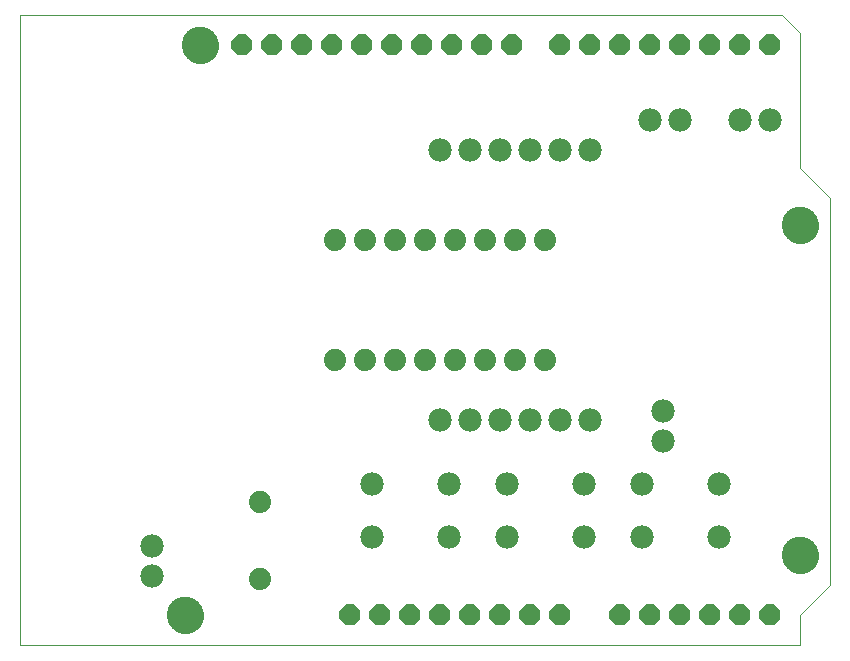
<source format=gts>
G75*
%MOIN*%
%OFA0B0*%
%FSLAX25Y25*%
%IPPOS*%
%LPD*%
%AMOC8*
5,1,8,0,0,1.08239X$1,22.5*
%
%ADD10C,0.00000*%
%ADD11C,0.12211*%
%ADD12C,0.07400*%
%ADD13C,0.07800*%
%ADD14OC8,0.07000*%
D10*
X0005000Y0005000D02*
X0005000Y0215000D01*
X0259000Y0215000D01*
X0265000Y0209000D01*
X0265000Y0164000D01*
X0275000Y0154000D01*
X0275000Y0025000D01*
X0265000Y0015000D01*
X0265000Y0005000D01*
X0005000Y0005000D01*
X0054094Y0015000D02*
X0054096Y0015153D01*
X0054102Y0015307D01*
X0054112Y0015460D01*
X0054126Y0015612D01*
X0054144Y0015765D01*
X0054166Y0015916D01*
X0054191Y0016067D01*
X0054221Y0016218D01*
X0054255Y0016368D01*
X0054292Y0016516D01*
X0054333Y0016664D01*
X0054378Y0016810D01*
X0054427Y0016956D01*
X0054480Y0017100D01*
X0054536Y0017242D01*
X0054596Y0017383D01*
X0054660Y0017523D01*
X0054727Y0017661D01*
X0054798Y0017797D01*
X0054873Y0017931D01*
X0054950Y0018063D01*
X0055032Y0018193D01*
X0055116Y0018321D01*
X0055204Y0018447D01*
X0055295Y0018570D01*
X0055389Y0018691D01*
X0055487Y0018809D01*
X0055587Y0018925D01*
X0055691Y0019038D01*
X0055797Y0019149D01*
X0055906Y0019257D01*
X0056018Y0019362D01*
X0056132Y0019463D01*
X0056250Y0019562D01*
X0056369Y0019658D01*
X0056491Y0019751D01*
X0056616Y0019840D01*
X0056743Y0019927D01*
X0056872Y0020009D01*
X0057003Y0020089D01*
X0057136Y0020165D01*
X0057271Y0020238D01*
X0057408Y0020307D01*
X0057547Y0020372D01*
X0057687Y0020434D01*
X0057829Y0020492D01*
X0057972Y0020547D01*
X0058117Y0020598D01*
X0058263Y0020645D01*
X0058410Y0020688D01*
X0058558Y0020727D01*
X0058707Y0020763D01*
X0058857Y0020794D01*
X0059008Y0020822D01*
X0059159Y0020846D01*
X0059312Y0020866D01*
X0059464Y0020882D01*
X0059617Y0020894D01*
X0059770Y0020902D01*
X0059923Y0020906D01*
X0060077Y0020906D01*
X0060230Y0020902D01*
X0060383Y0020894D01*
X0060536Y0020882D01*
X0060688Y0020866D01*
X0060841Y0020846D01*
X0060992Y0020822D01*
X0061143Y0020794D01*
X0061293Y0020763D01*
X0061442Y0020727D01*
X0061590Y0020688D01*
X0061737Y0020645D01*
X0061883Y0020598D01*
X0062028Y0020547D01*
X0062171Y0020492D01*
X0062313Y0020434D01*
X0062453Y0020372D01*
X0062592Y0020307D01*
X0062729Y0020238D01*
X0062864Y0020165D01*
X0062997Y0020089D01*
X0063128Y0020009D01*
X0063257Y0019927D01*
X0063384Y0019840D01*
X0063509Y0019751D01*
X0063631Y0019658D01*
X0063750Y0019562D01*
X0063868Y0019463D01*
X0063982Y0019362D01*
X0064094Y0019257D01*
X0064203Y0019149D01*
X0064309Y0019038D01*
X0064413Y0018925D01*
X0064513Y0018809D01*
X0064611Y0018691D01*
X0064705Y0018570D01*
X0064796Y0018447D01*
X0064884Y0018321D01*
X0064968Y0018193D01*
X0065050Y0018063D01*
X0065127Y0017931D01*
X0065202Y0017797D01*
X0065273Y0017661D01*
X0065340Y0017523D01*
X0065404Y0017383D01*
X0065464Y0017242D01*
X0065520Y0017100D01*
X0065573Y0016956D01*
X0065622Y0016810D01*
X0065667Y0016664D01*
X0065708Y0016516D01*
X0065745Y0016368D01*
X0065779Y0016218D01*
X0065809Y0016067D01*
X0065834Y0015916D01*
X0065856Y0015765D01*
X0065874Y0015612D01*
X0065888Y0015460D01*
X0065898Y0015307D01*
X0065904Y0015153D01*
X0065906Y0015000D01*
X0065904Y0014847D01*
X0065898Y0014693D01*
X0065888Y0014540D01*
X0065874Y0014388D01*
X0065856Y0014235D01*
X0065834Y0014084D01*
X0065809Y0013933D01*
X0065779Y0013782D01*
X0065745Y0013632D01*
X0065708Y0013484D01*
X0065667Y0013336D01*
X0065622Y0013190D01*
X0065573Y0013044D01*
X0065520Y0012900D01*
X0065464Y0012758D01*
X0065404Y0012617D01*
X0065340Y0012477D01*
X0065273Y0012339D01*
X0065202Y0012203D01*
X0065127Y0012069D01*
X0065050Y0011937D01*
X0064968Y0011807D01*
X0064884Y0011679D01*
X0064796Y0011553D01*
X0064705Y0011430D01*
X0064611Y0011309D01*
X0064513Y0011191D01*
X0064413Y0011075D01*
X0064309Y0010962D01*
X0064203Y0010851D01*
X0064094Y0010743D01*
X0063982Y0010638D01*
X0063868Y0010537D01*
X0063750Y0010438D01*
X0063631Y0010342D01*
X0063509Y0010249D01*
X0063384Y0010160D01*
X0063257Y0010073D01*
X0063128Y0009991D01*
X0062997Y0009911D01*
X0062864Y0009835D01*
X0062729Y0009762D01*
X0062592Y0009693D01*
X0062453Y0009628D01*
X0062313Y0009566D01*
X0062171Y0009508D01*
X0062028Y0009453D01*
X0061883Y0009402D01*
X0061737Y0009355D01*
X0061590Y0009312D01*
X0061442Y0009273D01*
X0061293Y0009237D01*
X0061143Y0009206D01*
X0060992Y0009178D01*
X0060841Y0009154D01*
X0060688Y0009134D01*
X0060536Y0009118D01*
X0060383Y0009106D01*
X0060230Y0009098D01*
X0060077Y0009094D01*
X0059923Y0009094D01*
X0059770Y0009098D01*
X0059617Y0009106D01*
X0059464Y0009118D01*
X0059312Y0009134D01*
X0059159Y0009154D01*
X0059008Y0009178D01*
X0058857Y0009206D01*
X0058707Y0009237D01*
X0058558Y0009273D01*
X0058410Y0009312D01*
X0058263Y0009355D01*
X0058117Y0009402D01*
X0057972Y0009453D01*
X0057829Y0009508D01*
X0057687Y0009566D01*
X0057547Y0009628D01*
X0057408Y0009693D01*
X0057271Y0009762D01*
X0057136Y0009835D01*
X0057003Y0009911D01*
X0056872Y0009991D01*
X0056743Y0010073D01*
X0056616Y0010160D01*
X0056491Y0010249D01*
X0056369Y0010342D01*
X0056250Y0010438D01*
X0056132Y0010537D01*
X0056018Y0010638D01*
X0055906Y0010743D01*
X0055797Y0010851D01*
X0055691Y0010962D01*
X0055587Y0011075D01*
X0055487Y0011191D01*
X0055389Y0011309D01*
X0055295Y0011430D01*
X0055204Y0011553D01*
X0055116Y0011679D01*
X0055032Y0011807D01*
X0054950Y0011937D01*
X0054873Y0012069D01*
X0054798Y0012203D01*
X0054727Y0012339D01*
X0054660Y0012477D01*
X0054596Y0012617D01*
X0054536Y0012758D01*
X0054480Y0012900D01*
X0054427Y0013044D01*
X0054378Y0013190D01*
X0054333Y0013336D01*
X0054292Y0013484D01*
X0054255Y0013632D01*
X0054221Y0013782D01*
X0054191Y0013933D01*
X0054166Y0014084D01*
X0054144Y0014235D01*
X0054126Y0014388D01*
X0054112Y0014540D01*
X0054102Y0014693D01*
X0054096Y0014847D01*
X0054094Y0015000D01*
X0259094Y0035000D02*
X0259096Y0035153D01*
X0259102Y0035307D01*
X0259112Y0035460D01*
X0259126Y0035612D01*
X0259144Y0035765D01*
X0259166Y0035916D01*
X0259191Y0036067D01*
X0259221Y0036218D01*
X0259255Y0036368D01*
X0259292Y0036516D01*
X0259333Y0036664D01*
X0259378Y0036810D01*
X0259427Y0036956D01*
X0259480Y0037100D01*
X0259536Y0037242D01*
X0259596Y0037383D01*
X0259660Y0037523D01*
X0259727Y0037661D01*
X0259798Y0037797D01*
X0259873Y0037931D01*
X0259950Y0038063D01*
X0260032Y0038193D01*
X0260116Y0038321D01*
X0260204Y0038447D01*
X0260295Y0038570D01*
X0260389Y0038691D01*
X0260487Y0038809D01*
X0260587Y0038925D01*
X0260691Y0039038D01*
X0260797Y0039149D01*
X0260906Y0039257D01*
X0261018Y0039362D01*
X0261132Y0039463D01*
X0261250Y0039562D01*
X0261369Y0039658D01*
X0261491Y0039751D01*
X0261616Y0039840D01*
X0261743Y0039927D01*
X0261872Y0040009D01*
X0262003Y0040089D01*
X0262136Y0040165D01*
X0262271Y0040238D01*
X0262408Y0040307D01*
X0262547Y0040372D01*
X0262687Y0040434D01*
X0262829Y0040492D01*
X0262972Y0040547D01*
X0263117Y0040598D01*
X0263263Y0040645D01*
X0263410Y0040688D01*
X0263558Y0040727D01*
X0263707Y0040763D01*
X0263857Y0040794D01*
X0264008Y0040822D01*
X0264159Y0040846D01*
X0264312Y0040866D01*
X0264464Y0040882D01*
X0264617Y0040894D01*
X0264770Y0040902D01*
X0264923Y0040906D01*
X0265077Y0040906D01*
X0265230Y0040902D01*
X0265383Y0040894D01*
X0265536Y0040882D01*
X0265688Y0040866D01*
X0265841Y0040846D01*
X0265992Y0040822D01*
X0266143Y0040794D01*
X0266293Y0040763D01*
X0266442Y0040727D01*
X0266590Y0040688D01*
X0266737Y0040645D01*
X0266883Y0040598D01*
X0267028Y0040547D01*
X0267171Y0040492D01*
X0267313Y0040434D01*
X0267453Y0040372D01*
X0267592Y0040307D01*
X0267729Y0040238D01*
X0267864Y0040165D01*
X0267997Y0040089D01*
X0268128Y0040009D01*
X0268257Y0039927D01*
X0268384Y0039840D01*
X0268509Y0039751D01*
X0268631Y0039658D01*
X0268750Y0039562D01*
X0268868Y0039463D01*
X0268982Y0039362D01*
X0269094Y0039257D01*
X0269203Y0039149D01*
X0269309Y0039038D01*
X0269413Y0038925D01*
X0269513Y0038809D01*
X0269611Y0038691D01*
X0269705Y0038570D01*
X0269796Y0038447D01*
X0269884Y0038321D01*
X0269968Y0038193D01*
X0270050Y0038063D01*
X0270127Y0037931D01*
X0270202Y0037797D01*
X0270273Y0037661D01*
X0270340Y0037523D01*
X0270404Y0037383D01*
X0270464Y0037242D01*
X0270520Y0037100D01*
X0270573Y0036956D01*
X0270622Y0036810D01*
X0270667Y0036664D01*
X0270708Y0036516D01*
X0270745Y0036368D01*
X0270779Y0036218D01*
X0270809Y0036067D01*
X0270834Y0035916D01*
X0270856Y0035765D01*
X0270874Y0035612D01*
X0270888Y0035460D01*
X0270898Y0035307D01*
X0270904Y0035153D01*
X0270906Y0035000D01*
X0270904Y0034847D01*
X0270898Y0034693D01*
X0270888Y0034540D01*
X0270874Y0034388D01*
X0270856Y0034235D01*
X0270834Y0034084D01*
X0270809Y0033933D01*
X0270779Y0033782D01*
X0270745Y0033632D01*
X0270708Y0033484D01*
X0270667Y0033336D01*
X0270622Y0033190D01*
X0270573Y0033044D01*
X0270520Y0032900D01*
X0270464Y0032758D01*
X0270404Y0032617D01*
X0270340Y0032477D01*
X0270273Y0032339D01*
X0270202Y0032203D01*
X0270127Y0032069D01*
X0270050Y0031937D01*
X0269968Y0031807D01*
X0269884Y0031679D01*
X0269796Y0031553D01*
X0269705Y0031430D01*
X0269611Y0031309D01*
X0269513Y0031191D01*
X0269413Y0031075D01*
X0269309Y0030962D01*
X0269203Y0030851D01*
X0269094Y0030743D01*
X0268982Y0030638D01*
X0268868Y0030537D01*
X0268750Y0030438D01*
X0268631Y0030342D01*
X0268509Y0030249D01*
X0268384Y0030160D01*
X0268257Y0030073D01*
X0268128Y0029991D01*
X0267997Y0029911D01*
X0267864Y0029835D01*
X0267729Y0029762D01*
X0267592Y0029693D01*
X0267453Y0029628D01*
X0267313Y0029566D01*
X0267171Y0029508D01*
X0267028Y0029453D01*
X0266883Y0029402D01*
X0266737Y0029355D01*
X0266590Y0029312D01*
X0266442Y0029273D01*
X0266293Y0029237D01*
X0266143Y0029206D01*
X0265992Y0029178D01*
X0265841Y0029154D01*
X0265688Y0029134D01*
X0265536Y0029118D01*
X0265383Y0029106D01*
X0265230Y0029098D01*
X0265077Y0029094D01*
X0264923Y0029094D01*
X0264770Y0029098D01*
X0264617Y0029106D01*
X0264464Y0029118D01*
X0264312Y0029134D01*
X0264159Y0029154D01*
X0264008Y0029178D01*
X0263857Y0029206D01*
X0263707Y0029237D01*
X0263558Y0029273D01*
X0263410Y0029312D01*
X0263263Y0029355D01*
X0263117Y0029402D01*
X0262972Y0029453D01*
X0262829Y0029508D01*
X0262687Y0029566D01*
X0262547Y0029628D01*
X0262408Y0029693D01*
X0262271Y0029762D01*
X0262136Y0029835D01*
X0262003Y0029911D01*
X0261872Y0029991D01*
X0261743Y0030073D01*
X0261616Y0030160D01*
X0261491Y0030249D01*
X0261369Y0030342D01*
X0261250Y0030438D01*
X0261132Y0030537D01*
X0261018Y0030638D01*
X0260906Y0030743D01*
X0260797Y0030851D01*
X0260691Y0030962D01*
X0260587Y0031075D01*
X0260487Y0031191D01*
X0260389Y0031309D01*
X0260295Y0031430D01*
X0260204Y0031553D01*
X0260116Y0031679D01*
X0260032Y0031807D01*
X0259950Y0031937D01*
X0259873Y0032069D01*
X0259798Y0032203D01*
X0259727Y0032339D01*
X0259660Y0032477D01*
X0259596Y0032617D01*
X0259536Y0032758D01*
X0259480Y0032900D01*
X0259427Y0033044D01*
X0259378Y0033190D01*
X0259333Y0033336D01*
X0259292Y0033484D01*
X0259255Y0033632D01*
X0259221Y0033782D01*
X0259191Y0033933D01*
X0259166Y0034084D01*
X0259144Y0034235D01*
X0259126Y0034388D01*
X0259112Y0034540D01*
X0259102Y0034693D01*
X0259096Y0034847D01*
X0259094Y0035000D01*
X0259094Y0145000D02*
X0259096Y0145153D01*
X0259102Y0145307D01*
X0259112Y0145460D01*
X0259126Y0145612D01*
X0259144Y0145765D01*
X0259166Y0145916D01*
X0259191Y0146067D01*
X0259221Y0146218D01*
X0259255Y0146368D01*
X0259292Y0146516D01*
X0259333Y0146664D01*
X0259378Y0146810D01*
X0259427Y0146956D01*
X0259480Y0147100D01*
X0259536Y0147242D01*
X0259596Y0147383D01*
X0259660Y0147523D01*
X0259727Y0147661D01*
X0259798Y0147797D01*
X0259873Y0147931D01*
X0259950Y0148063D01*
X0260032Y0148193D01*
X0260116Y0148321D01*
X0260204Y0148447D01*
X0260295Y0148570D01*
X0260389Y0148691D01*
X0260487Y0148809D01*
X0260587Y0148925D01*
X0260691Y0149038D01*
X0260797Y0149149D01*
X0260906Y0149257D01*
X0261018Y0149362D01*
X0261132Y0149463D01*
X0261250Y0149562D01*
X0261369Y0149658D01*
X0261491Y0149751D01*
X0261616Y0149840D01*
X0261743Y0149927D01*
X0261872Y0150009D01*
X0262003Y0150089D01*
X0262136Y0150165D01*
X0262271Y0150238D01*
X0262408Y0150307D01*
X0262547Y0150372D01*
X0262687Y0150434D01*
X0262829Y0150492D01*
X0262972Y0150547D01*
X0263117Y0150598D01*
X0263263Y0150645D01*
X0263410Y0150688D01*
X0263558Y0150727D01*
X0263707Y0150763D01*
X0263857Y0150794D01*
X0264008Y0150822D01*
X0264159Y0150846D01*
X0264312Y0150866D01*
X0264464Y0150882D01*
X0264617Y0150894D01*
X0264770Y0150902D01*
X0264923Y0150906D01*
X0265077Y0150906D01*
X0265230Y0150902D01*
X0265383Y0150894D01*
X0265536Y0150882D01*
X0265688Y0150866D01*
X0265841Y0150846D01*
X0265992Y0150822D01*
X0266143Y0150794D01*
X0266293Y0150763D01*
X0266442Y0150727D01*
X0266590Y0150688D01*
X0266737Y0150645D01*
X0266883Y0150598D01*
X0267028Y0150547D01*
X0267171Y0150492D01*
X0267313Y0150434D01*
X0267453Y0150372D01*
X0267592Y0150307D01*
X0267729Y0150238D01*
X0267864Y0150165D01*
X0267997Y0150089D01*
X0268128Y0150009D01*
X0268257Y0149927D01*
X0268384Y0149840D01*
X0268509Y0149751D01*
X0268631Y0149658D01*
X0268750Y0149562D01*
X0268868Y0149463D01*
X0268982Y0149362D01*
X0269094Y0149257D01*
X0269203Y0149149D01*
X0269309Y0149038D01*
X0269413Y0148925D01*
X0269513Y0148809D01*
X0269611Y0148691D01*
X0269705Y0148570D01*
X0269796Y0148447D01*
X0269884Y0148321D01*
X0269968Y0148193D01*
X0270050Y0148063D01*
X0270127Y0147931D01*
X0270202Y0147797D01*
X0270273Y0147661D01*
X0270340Y0147523D01*
X0270404Y0147383D01*
X0270464Y0147242D01*
X0270520Y0147100D01*
X0270573Y0146956D01*
X0270622Y0146810D01*
X0270667Y0146664D01*
X0270708Y0146516D01*
X0270745Y0146368D01*
X0270779Y0146218D01*
X0270809Y0146067D01*
X0270834Y0145916D01*
X0270856Y0145765D01*
X0270874Y0145612D01*
X0270888Y0145460D01*
X0270898Y0145307D01*
X0270904Y0145153D01*
X0270906Y0145000D01*
X0270904Y0144847D01*
X0270898Y0144693D01*
X0270888Y0144540D01*
X0270874Y0144388D01*
X0270856Y0144235D01*
X0270834Y0144084D01*
X0270809Y0143933D01*
X0270779Y0143782D01*
X0270745Y0143632D01*
X0270708Y0143484D01*
X0270667Y0143336D01*
X0270622Y0143190D01*
X0270573Y0143044D01*
X0270520Y0142900D01*
X0270464Y0142758D01*
X0270404Y0142617D01*
X0270340Y0142477D01*
X0270273Y0142339D01*
X0270202Y0142203D01*
X0270127Y0142069D01*
X0270050Y0141937D01*
X0269968Y0141807D01*
X0269884Y0141679D01*
X0269796Y0141553D01*
X0269705Y0141430D01*
X0269611Y0141309D01*
X0269513Y0141191D01*
X0269413Y0141075D01*
X0269309Y0140962D01*
X0269203Y0140851D01*
X0269094Y0140743D01*
X0268982Y0140638D01*
X0268868Y0140537D01*
X0268750Y0140438D01*
X0268631Y0140342D01*
X0268509Y0140249D01*
X0268384Y0140160D01*
X0268257Y0140073D01*
X0268128Y0139991D01*
X0267997Y0139911D01*
X0267864Y0139835D01*
X0267729Y0139762D01*
X0267592Y0139693D01*
X0267453Y0139628D01*
X0267313Y0139566D01*
X0267171Y0139508D01*
X0267028Y0139453D01*
X0266883Y0139402D01*
X0266737Y0139355D01*
X0266590Y0139312D01*
X0266442Y0139273D01*
X0266293Y0139237D01*
X0266143Y0139206D01*
X0265992Y0139178D01*
X0265841Y0139154D01*
X0265688Y0139134D01*
X0265536Y0139118D01*
X0265383Y0139106D01*
X0265230Y0139098D01*
X0265077Y0139094D01*
X0264923Y0139094D01*
X0264770Y0139098D01*
X0264617Y0139106D01*
X0264464Y0139118D01*
X0264312Y0139134D01*
X0264159Y0139154D01*
X0264008Y0139178D01*
X0263857Y0139206D01*
X0263707Y0139237D01*
X0263558Y0139273D01*
X0263410Y0139312D01*
X0263263Y0139355D01*
X0263117Y0139402D01*
X0262972Y0139453D01*
X0262829Y0139508D01*
X0262687Y0139566D01*
X0262547Y0139628D01*
X0262408Y0139693D01*
X0262271Y0139762D01*
X0262136Y0139835D01*
X0262003Y0139911D01*
X0261872Y0139991D01*
X0261743Y0140073D01*
X0261616Y0140160D01*
X0261491Y0140249D01*
X0261369Y0140342D01*
X0261250Y0140438D01*
X0261132Y0140537D01*
X0261018Y0140638D01*
X0260906Y0140743D01*
X0260797Y0140851D01*
X0260691Y0140962D01*
X0260587Y0141075D01*
X0260487Y0141191D01*
X0260389Y0141309D01*
X0260295Y0141430D01*
X0260204Y0141553D01*
X0260116Y0141679D01*
X0260032Y0141807D01*
X0259950Y0141937D01*
X0259873Y0142069D01*
X0259798Y0142203D01*
X0259727Y0142339D01*
X0259660Y0142477D01*
X0259596Y0142617D01*
X0259536Y0142758D01*
X0259480Y0142900D01*
X0259427Y0143044D01*
X0259378Y0143190D01*
X0259333Y0143336D01*
X0259292Y0143484D01*
X0259255Y0143632D01*
X0259221Y0143782D01*
X0259191Y0143933D01*
X0259166Y0144084D01*
X0259144Y0144235D01*
X0259126Y0144388D01*
X0259112Y0144540D01*
X0259102Y0144693D01*
X0259096Y0144847D01*
X0259094Y0145000D01*
X0059094Y0205000D02*
X0059096Y0205153D01*
X0059102Y0205307D01*
X0059112Y0205460D01*
X0059126Y0205612D01*
X0059144Y0205765D01*
X0059166Y0205916D01*
X0059191Y0206067D01*
X0059221Y0206218D01*
X0059255Y0206368D01*
X0059292Y0206516D01*
X0059333Y0206664D01*
X0059378Y0206810D01*
X0059427Y0206956D01*
X0059480Y0207100D01*
X0059536Y0207242D01*
X0059596Y0207383D01*
X0059660Y0207523D01*
X0059727Y0207661D01*
X0059798Y0207797D01*
X0059873Y0207931D01*
X0059950Y0208063D01*
X0060032Y0208193D01*
X0060116Y0208321D01*
X0060204Y0208447D01*
X0060295Y0208570D01*
X0060389Y0208691D01*
X0060487Y0208809D01*
X0060587Y0208925D01*
X0060691Y0209038D01*
X0060797Y0209149D01*
X0060906Y0209257D01*
X0061018Y0209362D01*
X0061132Y0209463D01*
X0061250Y0209562D01*
X0061369Y0209658D01*
X0061491Y0209751D01*
X0061616Y0209840D01*
X0061743Y0209927D01*
X0061872Y0210009D01*
X0062003Y0210089D01*
X0062136Y0210165D01*
X0062271Y0210238D01*
X0062408Y0210307D01*
X0062547Y0210372D01*
X0062687Y0210434D01*
X0062829Y0210492D01*
X0062972Y0210547D01*
X0063117Y0210598D01*
X0063263Y0210645D01*
X0063410Y0210688D01*
X0063558Y0210727D01*
X0063707Y0210763D01*
X0063857Y0210794D01*
X0064008Y0210822D01*
X0064159Y0210846D01*
X0064312Y0210866D01*
X0064464Y0210882D01*
X0064617Y0210894D01*
X0064770Y0210902D01*
X0064923Y0210906D01*
X0065077Y0210906D01*
X0065230Y0210902D01*
X0065383Y0210894D01*
X0065536Y0210882D01*
X0065688Y0210866D01*
X0065841Y0210846D01*
X0065992Y0210822D01*
X0066143Y0210794D01*
X0066293Y0210763D01*
X0066442Y0210727D01*
X0066590Y0210688D01*
X0066737Y0210645D01*
X0066883Y0210598D01*
X0067028Y0210547D01*
X0067171Y0210492D01*
X0067313Y0210434D01*
X0067453Y0210372D01*
X0067592Y0210307D01*
X0067729Y0210238D01*
X0067864Y0210165D01*
X0067997Y0210089D01*
X0068128Y0210009D01*
X0068257Y0209927D01*
X0068384Y0209840D01*
X0068509Y0209751D01*
X0068631Y0209658D01*
X0068750Y0209562D01*
X0068868Y0209463D01*
X0068982Y0209362D01*
X0069094Y0209257D01*
X0069203Y0209149D01*
X0069309Y0209038D01*
X0069413Y0208925D01*
X0069513Y0208809D01*
X0069611Y0208691D01*
X0069705Y0208570D01*
X0069796Y0208447D01*
X0069884Y0208321D01*
X0069968Y0208193D01*
X0070050Y0208063D01*
X0070127Y0207931D01*
X0070202Y0207797D01*
X0070273Y0207661D01*
X0070340Y0207523D01*
X0070404Y0207383D01*
X0070464Y0207242D01*
X0070520Y0207100D01*
X0070573Y0206956D01*
X0070622Y0206810D01*
X0070667Y0206664D01*
X0070708Y0206516D01*
X0070745Y0206368D01*
X0070779Y0206218D01*
X0070809Y0206067D01*
X0070834Y0205916D01*
X0070856Y0205765D01*
X0070874Y0205612D01*
X0070888Y0205460D01*
X0070898Y0205307D01*
X0070904Y0205153D01*
X0070906Y0205000D01*
X0070904Y0204847D01*
X0070898Y0204693D01*
X0070888Y0204540D01*
X0070874Y0204388D01*
X0070856Y0204235D01*
X0070834Y0204084D01*
X0070809Y0203933D01*
X0070779Y0203782D01*
X0070745Y0203632D01*
X0070708Y0203484D01*
X0070667Y0203336D01*
X0070622Y0203190D01*
X0070573Y0203044D01*
X0070520Y0202900D01*
X0070464Y0202758D01*
X0070404Y0202617D01*
X0070340Y0202477D01*
X0070273Y0202339D01*
X0070202Y0202203D01*
X0070127Y0202069D01*
X0070050Y0201937D01*
X0069968Y0201807D01*
X0069884Y0201679D01*
X0069796Y0201553D01*
X0069705Y0201430D01*
X0069611Y0201309D01*
X0069513Y0201191D01*
X0069413Y0201075D01*
X0069309Y0200962D01*
X0069203Y0200851D01*
X0069094Y0200743D01*
X0068982Y0200638D01*
X0068868Y0200537D01*
X0068750Y0200438D01*
X0068631Y0200342D01*
X0068509Y0200249D01*
X0068384Y0200160D01*
X0068257Y0200073D01*
X0068128Y0199991D01*
X0067997Y0199911D01*
X0067864Y0199835D01*
X0067729Y0199762D01*
X0067592Y0199693D01*
X0067453Y0199628D01*
X0067313Y0199566D01*
X0067171Y0199508D01*
X0067028Y0199453D01*
X0066883Y0199402D01*
X0066737Y0199355D01*
X0066590Y0199312D01*
X0066442Y0199273D01*
X0066293Y0199237D01*
X0066143Y0199206D01*
X0065992Y0199178D01*
X0065841Y0199154D01*
X0065688Y0199134D01*
X0065536Y0199118D01*
X0065383Y0199106D01*
X0065230Y0199098D01*
X0065077Y0199094D01*
X0064923Y0199094D01*
X0064770Y0199098D01*
X0064617Y0199106D01*
X0064464Y0199118D01*
X0064312Y0199134D01*
X0064159Y0199154D01*
X0064008Y0199178D01*
X0063857Y0199206D01*
X0063707Y0199237D01*
X0063558Y0199273D01*
X0063410Y0199312D01*
X0063263Y0199355D01*
X0063117Y0199402D01*
X0062972Y0199453D01*
X0062829Y0199508D01*
X0062687Y0199566D01*
X0062547Y0199628D01*
X0062408Y0199693D01*
X0062271Y0199762D01*
X0062136Y0199835D01*
X0062003Y0199911D01*
X0061872Y0199991D01*
X0061743Y0200073D01*
X0061616Y0200160D01*
X0061491Y0200249D01*
X0061369Y0200342D01*
X0061250Y0200438D01*
X0061132Y0200537D01*
X0061018Y0200638D01*
X0060906Y0200743D01*
X0060797Y0200851D01*
X0060691Y0200962D01*
X0060587Y0201075D01*
X0060487Y0201191D01*
X0060389Y0201309D01*
X0060295Y0201430D01*
X0060204Y0201553D01*
X0060116Y0201679D01*
X0060032Y0201807D01*
X0059950Y0201937D01*
X0059873Y0202069D01*
X0059798Y0202203D01*
X0059727Y0202339D01*
X0059660Y0202477D01*
X0059596Y0202617D01*
X0059536Y0202758D01*
X0059480Y0202900D01*
X0059427Y0203044D01*
X0059378Y0203190D01*
X0059333Y0203336D01*
X0059292Y0203484D01*
X0059255Y0203632D01*
X0059221Y0203782D01*
X0059191Y0203933D01*
X0059166Y0204084D01*
X0059144Y0204235D01*
X0059126Y0204388D01*
X0059112Y0204540D01*
X0059102Y0204693D01*
X0059096Y0204847D01*
X0059094Y0205000D01*
D11*
X0065000Y0205000D03*
X0265000Y0145000D03*
X0265000Y0035000D03*
X0060000Y0015000D03*
D12*
X0085000Y0027205D03*
X0085000Y0052795D03*
X0110000Y0100000D03*
X0120000Y0100000D03*
X0130000Y0100000D03*
X0140000Y0100000D03*
X0150000Y0100000D03*
X0160000Y0100000D03*
X0170000Y0100000D03*
X0180000Y0100000D03*
X0180000Y0140000D03*
X0170000Y0140000D03*
X0160000Y0140000D03*
X0150000Y0140000D03*
X0140000Y0140000D03*
X0130000Y0140000D03*
X0120000Y0140000D03*
X0110000Y0140000D03*
D13*
X0145000Y0170000D03*
X0155000Y0170000D03*
X0165000Y0170000D03*
X0175000Y0170000D03*
X0185000Y0170000D03*
X0195000Y0170000D03*
X0215000Y0180000D03*
X0225000Y0180000D03*
X0245000Y0180000D03*
X0255000Y0180000D03*
X0219232Y0083061D03*
X0219232Y0073061D03*
X0212200Y0058900D03*
X0192800Y0058900D03*
X0192800Y0041100D03*
X0212200Y0041100D03*
X0237800Y0041100D03*
X0237800Y0058900D03*
X0195000Y0080000D03*
X0185000Y0080000D03*
X0175000Y0080000D03*
X0165000Y0080000D03*
X0155000Y0080000D03*
X0145000Y0080000D03*
X0147800Y0058900D03*
X0167200Y0058900D03*
X0167200Y0041100D03*
X0147800Y0041100D03*
X0122200Y0041100D03*
X0122200Y0058900D03*
X0049000Y0038000D03*
X0049000Y0028000D03*
D14*
X0115000Y0015000D03*
X0125000Y0015000D03*
X0135000Y0015000D03*
X0145000Y0015000D03*
X0155000Y0015000D03*
X0165000Y0015000D03*
X0175000Y0015000D03*
X0185000Y0015000D03*
X0205000Y0015000D03*
X0215000Y0015000D03*
X0225000Y0015000D03*
X0235000Y0015000D03*
X0245000Y0015000D03*
X0255000Y0015000D03*
X0255000Y0205000D03*
X0245000Y0205000D03*
X0235000Y0205000D03*
X0225000Y0205000D03*
X0215000Y0205000D03*
X0205000Y0205000D03*
X0195000Y0205000D03*
X0185000Y0205000D03*
X0169000Y0205000D03*
X0159000Y0205000D03*
X0149000Y0205000D03*
X0139000Y0205000D03*
X0129000Y0205000D03*
X0119000Y0205000D03*
X0109000Y0205000D03*
X0099000Y0205000D03*
X0089000Y0205000D03*
X0079000Y0205000D03*
M02*

</source>
